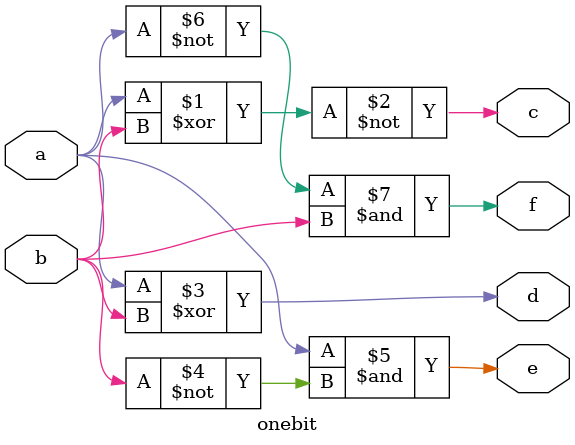
<source format=v>
`timescale 1ns / 1ps

module onebit(
    input a, b,
    output c, d, e, f
    );

assign c = ~(a^b);
assign d = a^b;
assign e = a&(~b); // a°¡ 1ÀÌ°í b°¡ 0ÀÌ¸é 1, ¾Æ´Ï¸é 0
assign f = (~a)&b; // a°¡ 0ÀÌ°í b°¡ 1ÀÌ¸é 0, ¾Æ´Ï¸é 1

endmodule

</source>
